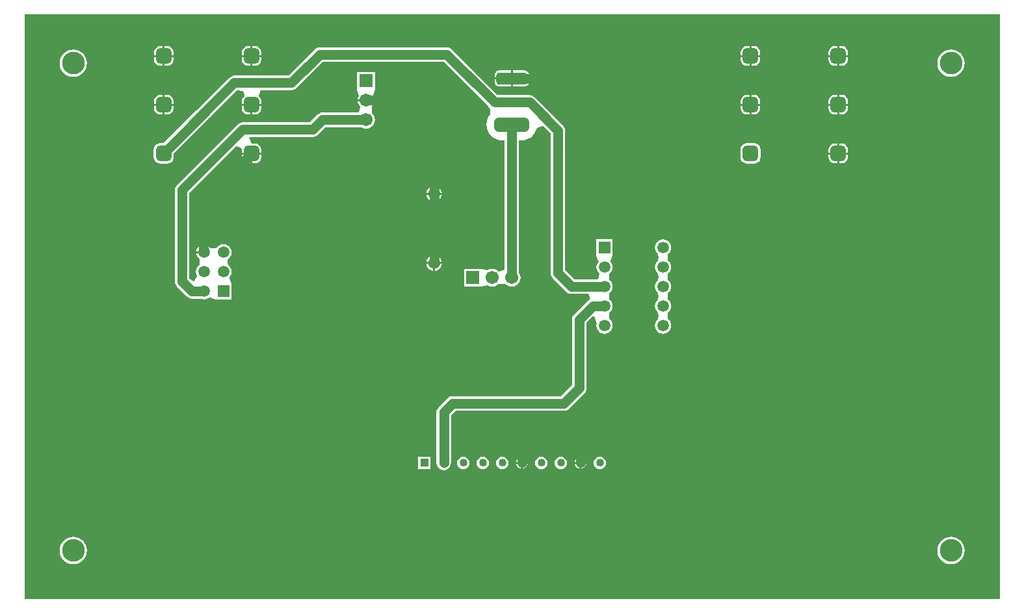
<source format=gbl>
G04*
G04 #@! TF.GenerationSoftware,Altium Limited,Altium Designer,18.1.9 (240)*
G04*
G04 Layer_Physical_Order=2*
G04 Layer_Color=16711680*
%FSLAX23Y23*%
%MOIN*%
G70*
G01*
G75*
%ADD19C,0.050*%
%ADD21R,0.059X0.059*%
%ADD22C,0.059*%
%ADD23R,0.040X0.040*%
%ADD24C,0.040*%
G04:AMPARAMS|DCode=25|XSize=79mil|YSize=79mil|CornerRadius=20mil|HoleSize=0mil|Usage=FLASHONLY|Rotation=90.000|XOffset=0mil|YOffset=0mil|HoleType=Round|Shape=RoundedRectangle|*
%AMROUNDEDRECTD25*
21,1,0.079,0.039,0,0,90.0*
21,1,0.039,0.079,0,0,90.0*
1,1,0.039,0.020,0.020*
1,1,0.039,0.020,-0.020*
1,1,0.039,-0.020,-0.020*
1,1,0.039,-0.020,0.020*
%
%ADD25ROUNDEDRECTD25*%
G04:AMPARAMS|DCode=26|XSize=71mil|YSize=177mil|CornerRadius=18mil|HoleSize=0mil|Usage=FLASHONLY|Rotation=270.000|XOffset=0mil|YOffset=0mil|HoleType=Round|Shape=RoundedRectangle|*
%AMROUNDEDRECTD26*
21,1,0.071,0.142,0,0,270.0*
21,1,0.035,0.177,0,0,270.0*
1,1,0.035,-0.071,-0.018*
1,1,0.035,-0.071,0.018*
1,1,0.035,0.071,0.018*
1,1,0.035,0.071,-0.018*
%
%ADD26ROUNDEDRECTD26*%
G04:AMPARAMS|DCode=27|XSize=63mil|YSize=157mil|CornerRadius=16mil|HoleSize=0mil|Usage=FLASHONLY|Rotation=270.000|XOffset=0mil|YOffset=0mil|HoleType=Round|Shape=RoundedRectangle|*
%AMROUNDEDRECTD27*
21,1,0.063,0.126,0,0,270.0*
21,1,0.031,0.157,0,0,270.0*
1,1,0.031,-0.063,-0.016*
1,1,0.031,-0.063,0.016*
1,1,0.031,0.063,0.016*
1,1,0.031,0.063,-0.016*
%
%ADD27ROUNDEDRECTD27*%
%ADD28R,0.067X0.067*%
%ADD29C,0.067*%
%ADD30R,0.067X0.067*%
%ADD31R,0.059X0.059*%
%ADD32C,0.116*%
%ADD33C,0.060*%
G36*
X5000Y0D02*
X0D01*
Y3000D01*
X5000D01*
Y0D01*
D02*
G37*
%LPC*%
G36*
X1184Y2838D02*
X1169D01*
Y2793D01*
X1214D01*
Y2808D01*
X1213Y2815D01*
X1210Y2823D01*
X1205Y2829D01*
X1199Y2834D01*
X1192Y2837D01*
X1184Y2838D01*
D02*
G37*
G36*
X734D02*
X719D01*
Y2793D01*
X764D01*
Y2808D01*
X763Y2815D01*
X760Y2823D01*
X755Y2829D01*
X749Y2834D01*
X742Y2837D01*
X734Y2838D01*
D02*
G37*
G36*
X1159D02*
X1145D01*
X1137Y2837D01*
X1130Y2834D01*
X1124Y2829D01*
X1119Y2823D01*
X1116Y2815D01*
X1115Y2808D01*
Y2793D01*
X1159D01*
Y2838D01*
D02*
G37*
G36*
X709D02*
X695D01*
X687Y2837D01*
X680Y2834D01*
X674Y2829D01*
X669Y2823D01*
X666Y2815D01*
X665Y2808D01*
Y2793D01*
X709D01*
Y2838D01*
D02*
G37*
G36*
X4192D02*
X4177D01*
Y2793D01*
X4222D01*
Y2808D01*
X4221Y2815D01*
X4218Y2823D01*
X4213Y2829D01*
X4207Y2834D01*
X4200Y2837D01*
X4192Y2838D01*
D02*
G37*
G36*
X3742D02*
X3727D01*
Y2793D01*
X3772D01*
Y2808D01*
X3771Y2815D01*
X3768Y2823D01*
X3763Y2829D01*
X3757Y2834D01*
X3750Y2837D01*
X3742Y2838D01*
D02*
G37*
G36*
X4167D02*
X4153D01*
X4145Y2837D01*
X4138Y2834D01*
X4132Y2829D01*
X4127Y2823D01*
X4124Y2815D01*
X4123Y2808D01*
Y2793D01*
X4167D01*
Y2838D01*
D02*
G37*
G36*
X3717D02*
X3703D01*
X3695Y2837D01*
X3688Y2834D01*
X3682Y2829D01*
X3677Y2823D01*
X3674Y2815D01*
X3673Y2808D01*
Y2793D01*
X3717D01*
Y2838D01*
D02*
G37*
G36*
X4222Y2783D02*
X4177D01*
Y2738D01*
X4192D01*
X4200Y2739D01*
X4207Y2742D01*
X4213Y2747D01*
X4218Y2753D01*
X4221Y2761D01*
X4222Y2768D01*
Y2783D01*
D02*
G37*
G36*
X4167D02*
X4123D01*
Y2768D01*
X4124Y2761D01*
X4127Y2753D01*
X4132Y2747D01*
X4138Y2742D01*
X4145Y2739D01*
X4153Y2738D01*
X4167D01*
Y2783D01*
D02*
G37*
G36*
X3772D02*
X3727D01*
Y2738D01*
X3742D01*
X3750Y2739D01*
X3757Y2742D01*
X3763Y2747D01*
X3768Y2753D01*
X3771Y2761D01*
X3772Y2768D01*
Y2783D01*
D02*
G37*
G36*
X3717D02*
X3673D01*
Y2768D01*
X3674Y2761D01*
X3677Y2753D01*
X3682Y2747D01*
X3688Y2742D01*
X3695Y2739D01*
X3703Y2738D01*
X3717D01*
Y2783D01*
D02*
G37*
G36*
X1214Y2783D02*
X1169D01*
Y2738D01*
X1184D01*
X1192Y2739D01*
X1199Y2742D01*
X1205Y2747D01*
X1210Y2753D01*
X1213Y2761D01*
X1214Y2768D01*
Y2783D01*
D02*
G37*
G36*
X1159D02*
X1115D01*
Y2768D01*
X1116Y2761D01*
X1119Y2753D01*
X1124Y2747D01*
X1130Y2742D01*
X1137Y2739D01*
X1145Y2738D01*
X1159D01*
Y2783D01*
D02*
G37*
G36*
X764D02*
X719D01*
Y2738D01*
X734D01*
X742Y2739D01*
X749Y2742D01*
X755Y2747D01*
X760Y2753D01*
X763Y2761D01*
X764Y2768D01*
Y2783D01*
D02*
G37*
G36*
X709D02*
X665D01*
Y2768D01*
X666Y2761D01*
X669Y2753D01*
X674Y2747D01*
X680Y2742D01*
X687Y2739D01*
X695Y2738D01*
X709D01*
Y2783D01*
D02*
G37*
G36*
X4750Y2820D02*
X4736Y2819D01*
X4723Y2815D01*
X4711Y2808D01*
X4700Y2800D01*
X4692Y2789D01*
X4685Y2777D01*
X4681Y2764D01*
X4680Y2750D01*
X4681Y2736D01*
X4685Y2723D01*
X4692Y2711D01*
X4700Y2700D01*
X4711Y2692D01*
X4723Y2685D01*
X4736Y2681D01*
X4750Y2680D01*
X4764Y2681D01*
X4777Y2685D01*
X4789Y2692D01*
X4800Y2700D01*
X4808Y2711D01*
X4815Y2723D01*
X4819Y2736D01*
X4820Y2750D01*
X4819Y2764D01*
X4815Y2777D01*
X4808Y2789D01*
X4800Y2800D01*
X4789Y2808D01*
X4777Y2815D01*
X4764Y2819D01*
X4750Y2820D01*
D02*
G37*
G36*
X250D02*
X236Y2819D01*
X223Y2815D01*
X211Y2808D01*
X200Y2800D01*
X192Y2789D01*
X185Y2777D01*
X181Y2764D01*
X180Y2750D01*
X181Y2736D01*
X185Y2723D01*
X192Y2711D01*
X200Y2700D01*
X211Y2692D01*
X223Y2685D01*
X236Y2681D01*
X250Y2680D01*
X264Y2681D01*
X277Y2685D01*
X289Y2692D01*
X300Y2700D01*
X308Y2711D01*
X315Y2723D01*
X319Y2736D01*
X320Y2750D01*
X319Y2764D01*
X315Y2777D01*
X308Y2789D01*
X300Y2800D01*
X289Y2808D01*
X277Y2815D01*
X264Y2819D01*
X250Y2820D01*
D02*
G37*
G36*
X2562Y2714D02*
X2504D01*
Y2677D01*
X2588D01*
Y2688D01*
X2587Y2694D01*
X2585Y2701D01*
X2580Y2706D01*
X2575Y2710D01*
X2569Y2713D01*
X2562Y2714D01*
D02*
G37*
G36*
X2494D02*
X2436D01*
X2429Y2713D01*
X2423Y2710D01*
X2418Y2706D01*
X2414Y2701D01*
X2411Y2694D01*
X2410Y2688D01*
Y2677D01*
X2494D01*
Y2714D01*
D02*
G37*
G36*
X2588Y2667D02*
X2504D01*
Y2630D01*
X2562D01*
X2569Y2631D01*
X2575Y2634D01*
X2580Y2638D01*
X2585Y2643D01*
X2587Y2649D01*
X2588Y2656D01*
Y2667D01*
D02*
G37*
G36*
X2494D02*
X2410D01*
Y2656D01*
X2411Y2649D01*
X2414Y2643D01*
X2418Y2638D01*
X2423Y2634D01*
X2429Y2631D01*
X2436Y2630D01*
X2494D01*
Y2667D01*
D02*
G37*
G36*
X1797Y2706D02*
X1706D01*
Y2618D01*
X1706Y2615D01*
X1716Y2585D01*
X1714Y2583D01*
X1709Y2572D01*
X1708Y2566D01*
X1752D01*
X1795D01*
X1794Y2572D01*
X1790Y2583D01*
X1787Y2585D01*
X1797Y2615D01*
X1797Y2618D01*
Y2706D01*
D02*
G37*
G36*
X734Y2588D02*
X719D01*
Y2543D01*
X764D01*
Y2558D01*
X763Y2565D01*
X760Y2573D01*
X755Y2579D01*
X749Y2584D01*
X742Y2587D01*
X734Y2588D01*
D02*
G37*
G36*
X709D02*
X695D01*
X687Y2587D01*
X680Y2584D01*
X674Y2579D01*
X669Y2573D01*
X666Y2565D01*
X665Y2558D01*
Y2543D01*
X709D01*
Y2588D01*
D02*
G37*
G36*
X4192D02*
X4177D01*
Y2543D01*
X4222D01*
Y2558D01*
X4221Y2565D01*
X4218Y2573D01*
X4213Y2579D01*
X4207Y2584D01*
X4200Y2587D01*
X4192Y2588D01*
D02*
G37*
G36*
X3742D02*
X3727D01*
Y2543D01*
X3772D01*
Y2558D01*
X3771Y2565D01*
X3768Y2573D01*
X3763Y2579D01*
X3757Y2584D01*
X3750Y2587D01*
X3742Y2588D01*
D02*
G37*
G36*
X4167D02*
X4153D01*
X4145Y2587D01*
X4138Y2584D01*
X4132Y2579D01*
X4127Y2573D01*
X4124Y2565D01*
X4123Y2558D01*
Y2543D01*
X4167D01*
Y2588D01*
D02*
G37*
G36*
X3717D02*
X3703D01*
X3695Y2587D01*
X3688Y2584D01*
X3682Y2579D01*
X3677Y2573D01*
X3674Y2565D01*
X3673Y2558D01*
Y2543D01*
X3717D01*
Y2588D01*
D02*
G37*
G36*
X4222Y2533D02*
X4177D01*
Y2488D01*
X4192D01*
X4200Y2489D01*
X4207Y2492D01*
X4213Y2497D01*
X4218Y2503D01*
X4221Y2511D01*
X4222Y2518D01*
Y2533D01*
D02*
G37*
G36*
X4167D02*
X4123D01*
Y2518D01*
X4124Y2511D01*
X4127Y2503D01*
X4132Y2497D01*
X4138Y2492D01*
X4145Y2489D01*
X4153Y2488D01*
X4167D01*
Y2533D01*
D02*
G37*
G36*
X3772D02*
X3727D01*
Y2488D01*
X3742D01*
X3750Y2489D01*
X3757Y2492D01*
X3763Y2497D01*
X3768Y2503D01*
X3771Y2511D01*
X3772Y2518D01*
Y2533D01*
D02*
G37*
G36*
X3717D02*
X3673D01*
Y2518D01*
X3674Y2511D01*
X3677Y2503D01*
X3682Y2497D01*
X3688Y2492D01*
X3695Y2489D01*
X3703Y2488D01*
X3717D01*
Y2533D01*
D02*
G37*
G36*
X1214Y2533D02*
X1169D01*
Y2488D01*
X1184D01*
X1192Y2489D01*
X1199Y2492D01*
X1205Y2497D01*
X1210Y2503D01*
X1213Y2511D01*
X1214Y2518D01*
Y2533D01*
D02*
G37*
G36*
X1159D02*
X1115D01*
Y2518D01*
X1116Y2511D01*
X1119Y2503D01*
X1124Y2497D01*
X1130Y2492D01*
X1137Y2489D01*
X1145Y2488D01*
X1159D01*
Y2533D01*
D02*
G37*
G36*
X764D02*
X719D01*
Y2488D01*
X734D01*
X742Y2489D01*
X749Y2492D01*
X755Y2497D01*
X760Y2503D01*
X763Y2511D01*
X764Y2518D01*
Y2533D01*
D02*
G37*
G36*
X709D02*
X665D01*
Y2518D01*
X666Y2511D01*
X669Y2503D01*
X674Y2497D01*
X680Y2492D01*
X687Y2489D01*
X695Y2488D01*
X709D01*
Y2533D01*
D02*
G37*
G36*
X1795Y2556D02*
X1752D01*
X1708D01*
X1709Y2549D01*
X1714Y2539D01*
X1721Y2530D01*
X1721Y2530D01*
X1722Y2525D01*
X1714Y2498D01*
X1529D01*
X1519Y2497D01*
X1510Y2493D01*
X1503Y2487D01*
X1463Y2447D01*
X1119D01*
X1109Y2446D01*
X1100Y2442D01*
X1093Y2436D01*
X783Y2126D01*
X777Y2119D01*
X773Y2110D01*
X772Y2100D01*
Y1630D01*
X773Y1620D01*
X777Y1611D01*
X783Y1604D01*
X833Y1554D01*
X840Y1548D01*
X849Y1544D01*
X859Y1543D01*
X902D01*
X909Y1540D01*
X920Y1538D01*
X931Y1540D01*
X941Y1544D01*
X948Y1550D01*
X954Y1549D01*
X978Y1539D01*
Y1538D01*
X1062D01*
Y1622D01*
X1061D01*
X1051Y1646D01*
X1050Y1652D01*
X1056Y1659D01*
X1060Y1669D01*
X1062Y1680D01*
X1060Y1691D01*
X1056Y1701D01*
X1050Y1710D01*
X1045Y1713D01*
X1043Y1730D01*
X1045Y1747D01*
X1050Y1750D01*
X1056Y1759D01*
X1060Y1769D01*
X1062Y1780D01*
X1060Y1791D01*
X1056Y1801D01*
X1050Y1810D01*
X1041Y1816D01*
X1031Y1820D01*
X1020Y1822D01*
X1009Y1820D01*
X999Y1816D01*
X990Y1810D01*
X986Y1803D01*
X969Y1801D01*
X952Y1803D01*
X948Y1808D01*
X940Y1815D01*
X930Y1819D01*
X925Y1819D01*
Y1780D01*
X920D01*
Y1775D01*
X881D01*
X881Y1770D01*
X885Y1760D01*
X892Y1752D01*
X897Y1748D01*
X899Y1731D01*
X897Y1714D01*
X890Y1710D01*
X884Y1701D01*
X880Y1691D01*
X878Y1680D01*
X880Y1669D01*
X884Y1659D01*
X873Y1636D01*
X869Y1632D01*
X846Y1646D01*
Y2085D01*
X1088Y2326D01*
X1106Y2319D01*
X1115Y2311D01*
X1115Y2308D01*
Y2293D01*
X1164D01*
X1214D01*
Y2308D01*
X1213Y2315D01*
X1210Y2323D01*
X1205Y2329D01*
X1199Y2334D01*
X1192Y2337D01*
X1184Y2338D01*
X1166D01*
X1164Y2339D01*
X1151Y2368D01*
X1155Y2373D01*
X1479D01*
X1488Y2374D01*
X1497Y2378D01*
X1505Y2384D01*
X1545Y2423D01*
X1725D01*
X1729Y2421D01*
X1740Y2416D01*
X1752Y2415D01*
X1763Y2416D01*
X1774Y2421D01*
X1784Y2428D01*
X1791Y2438D01*
X1796Y2449D01*
X1797Y2461D01*
X1796Y2472D01*
X1791Y2484D01*
X1784Y2493D01*
X1783Y2494D01*
X1780Y2502D01*
X1780Y2521D01*
X1782Y2530D01*
X1783Y2530D01*
X1790Y2539D01*
X1794Y2549D01*
X1795Y2556D01*
D02*
G37*
G36*
X4192Y2338D02*
X4177D01*
Y2293D01*
X4222D01*
Y2308D01*
X4221Y2315D01*
X4218Y2323D01*
X4213Y2329D01*
X4207Y2334D01*
X4200Y2337D01*
X4192Y2338D01*
D02*
G37*
G36*
X4167D02*
X4153D01*
X4145Y2337D01*
X4138Y2334D01*
X4132Y2329D01*
X4127Y2323D01*
X4124Y2315D01*
X4123Y2308D01*
Y2293D01*
X4167D01*
Y2338D01*
D02*
G37*
G36*
X4222Y2283D02*
X4177D01*
Y2238D01*
X4192D01*
X4200Y2239D01*
X4207Y2242D01*
X4213Y2247D01*
X4218Y2253D01*
X4221Y2261D01*
X4222Y2268D01*
Y2283D01*
D02*
G37*
G36*
X4167D02*
X4123D01*
Y2268D01*
X4124Y2261D01*
X4127Y2253D01*
X4132Y2247D01*
X4138Y2242D01*
X4145Y2239D01*
X4153Y2238D01*
X4167D01*
Y2283D01*
D02*
G37*
G36*
X1214Y2283D02*
X1169D01*
Y2238D01*
X1184D01*
X1192Y2239D01*
X1199Y2242D01*
X1205Y2247D01*
X1210Y2253D01*
X1213Y2261D01*
X1214Y2268D01*
Y2283D01*
D02*
G37*
G36*
X1159D02*
X1115D01*
Y2268D01*
X1116Y2261D01*
X1119Y2253D01*
X1124Y2247D01*
X1130Y2242D01*
X1137Y2239D01*
X1145Y2238D01*
X1159D01*
Y2283D01*
D02*
G37*
G36*
X3742Y2340D02*
X3703D01*
X3694Y2339D01*
X3687Y2335D01*
X3680Y2330D01*
X3675Y2324D01*
X3672Y2316D01*
X3671Y2308D01*
Y2268D01*
X3672Y2260D01*
X3675Y2252D01*
X3680Y2246D01*
X3687Y2241D01*
X3694Y2237D01*
X3703Y2236D01*
X3742D01*
X3750Y2237D01*
X3758Y2241D01*
X3765Y2246D01*
X3770Y2252D01*
X3773Y2260D01*
X3774Y2268D01*
Y2308D01*
X3773Y2316D01*
X3770Y2324D01*
X3765Y2330D01*
X3758Y2335D01*
X3750Y2339D01*
X3742Y2340D01*
D02*
G37*
G36*
X2105Y2120D02*
Y2085D01*
X2140D01*
X2139Y2090D01*
X2135Y2100D01*
X2129Y2109D01*
X2120Y2115D01*
X2110Y2119D01*
X2105Y2120D01*
D02*
G37*
G36*
X2095D02*
X2090Y2119D01*
X2080Y2115D01*
X2071Y2109D01*
X2065Y2100D01*
X2061Y2090D01*
X2060Y2085D01*
X2095D01*
Y2120D01*
D02*
G37*
G36*
X2140Y2075D02*
X2105D01*
Y2040D01*
X2110Y2041D01*
X2120Y2045D01*
X2129Y2051D01*
X2135Y2060D01*
X2139Y2070D01*
X2140Y2075D01*
D02*
G37*
G36*
X2095D02*
X2060D01*
X2061Y2070D01*
X2065Y2060D01*
X2071Y2051D01*
X2080Y2045D01*
X2090Y2041D01*
X2095Y2040D01*
Y2075D01*
D02*
G37*
G36*
X915Y1819D02*
X910Y1819D01*
X900Y1815D01*
X892Y1808D01*
X885Y1800D01*
X881Y1790D01*
X881Y1785D01*
X915D01*
Y1819D01*
D02*
G37*
G36*
X2105Y1765D02*
Y1730D01*
X2140D01*
X2139Y1735D01*
X2135Y1745D01*
X2129Y1754D01*
X2120Y1760D01*
X2110Y1764D01*
X2105Y1765D01*
D02*
G37*
G36*
X2095D02*
X2090Y1764D01*
X2080Y1760D01*
X2071Y1754D01*
X2065Y1745D01*
X2061Y1735D01*
X2060Y1730D01*
X2095D01*
Y1765D01*
D02*
G37*
G36*
X2140Y1720D02*
X2105D01*
Y1685D01*
X2110Y1686D01*
X2120Y1690D01*
X2129Y1696D01*
X2135Y1705D01*
X2139Y1715D01*
X2140Y1720D01*
D02*
G37*
G36*
X2095D02*
X2060D01*
X2061Y1715D01*
X2065Y1705D01*
X2071Y1696D01*
X2080Y1690D01*
X2090Y1686D01*
X2095Y1685D01*
Y1720D01*
D02*
G37*
G36*
X3274Y1847D02*
X3263Y1845D01*
X3253Y1841D01*
X3245Y1835D01*
X3238Y1826D01*
X3234Y1816D01*
X3232Y1805D01*
X3234Y1794D01*
X3238Y1784D01*
X3245Y1775D01*
X3249Y1772D01*
X3251Y1755D01*
X3249Y1738D01*
X3245Y1735D01*
X3238Y1726D01*
X3234Y1716D01*
X3232Y1705D01*
X3234Y1694D01*
X3238Y1684D01*
X3245Y1675D01*
X3249Y1672D01*
X3251Y1655D01*
X3249Y1638D01*
X3245Y1635D01*
X3238Y1626D01*
X3234Y1616D01*
X3232Y1605D01*
X3234Y1594D01*
X3238Y1584D01*
X3245Y1575D01*
X3249Y1572D01*
X3251Y1555D01*
X3249Y1538D01*
X3245Y1535D01*
X3238Y1526D01*
X3234Y1516D01*
X3232Y1505D01*
X3234Y1494D01*
X3238Y1484D01*
X3245Y1475D01*
X3249Y1472D01*
X3251Y1455D01*
X3249Y1438D01*
X3245Y1435D01*
X3238Y1426D01*
X3234Y1416D01*
X3232Y1405D01*
X3234Y1394D01*
X3238Y1384D01*
X3245Y1375D01*
X3253Y1369D01*
X3263Y1365D01*
X3274Y1363D01*
X3285Y1365D01*
X3295Y1369D01*
X3304Y1375D01*
X3310Y1384D01*
X3315Y1394D01*
X3316Y1405D01*
X3315Y1416D01*
X3310Y1426D01*
X3304Y1435D01*
X3299Y1438D01*
X3297Y1455D01*
X3299Y1472D01*
X3304Y1475D01*
X3310Y1484D01*
X3315Y1494D01*
X3316Y1505D01*
X3315Y1516D01*
X3310Y1526D01*
X3304Y1535D01*
X3299Y1538D01*
X3297Y1555D01*
X3299Y1572D01*
X3304Y1575D01*
X3310Y1584D01*
X3315Y1594D01*
X3316Y1605D01*
X3315Y1616D01*
X3310Y1626D01*
X3304Y1635D01*
X3299Y1638D01*
X3297Y1655D01*
X3299Y1672D01*
X3304Y1675D01*
X3310Y1684D01*
X3315Y1694D01*
X3316Y1705D01*
X3315Y1716D01*
X3310Y1726D01*
X3304Y1735D01*
X3299Y1738D01*
X3297Y1755D01*
X3299Y1772D01*
X3304Y1775D01*
X3310Y1784D01*
X3315Y1794D01*
X3316Y1805D01*
X3315Y1816D01*
X3310Y1826D01*
X3304Y1835D01*
X3295Y1841D01*
X3285Y1845D01*
X3274Y1847D01*
D02*
G37*
G36*
X2165Y2832D02*
X1514Y2832D01*
X1505Y2831D01*
X1496Y2827D01*
X1488Y2821D01*
X1354Y2687D01*
X1076D01*
X1067Y2686D01*
X1058Y2682D01*
X1050Y2676D01*
X713Y2340D01*
X695D01*
X687Y2339D01*
X679Y2335D01*
X672Y2330D01*
X667Y2324D01*
X664Y2316D01*
X663Y2308D01*
Y2268D01*
X664Y2260D01*
X667Y2252D01*
X672Y2246D01*
X679Y2241D01*
X687Y2237D01*
X695Y2236D01*
X734D01*
X742Y2237D01*
X750Y2241D01*
X757Y2246D01*
X762Y2252D01*
X765Y2260D01*
X766Y2268D01*
Y2287D01*
X1092Y2612D01*
X1121Y2609D01*
X1129Y2586D01*
X1129Y2583D01*
X1124Y2579D01*
X1119Y2573D01*
X1116Y2565D01*
X1115Y2558D01*
Y2543D01*
X1164D01*
X1214D01*
Y2558D01*
X1213Y2565D01*
X1210Y2573D01*
X1205Y2579D01*
X1200Y2583D01*
X1200Y2586D01*
X1210Y2613D01*
X1369D01*
X1379Y2614D01*
X1388Y2618D01*
X1396Y2624D01*
X1530Y2758D01*
X2150Y2758D01*
X2383Y2524D01*
X2384Y2523D01*
X2388Y2510D01*
X2389Y2496D01*
X2388Y2490D01*
X2387Y2487D01*
X2382Y2481D01*
X2375Y2467D01*
X2370Y2451D01*
X2369Y2436D01*
X2370Y2420D01*
X2375Y2405D01*
X2382Y2390D01*
X2392Y2378D01*
X2405Y2368D01*
X2419Y2361D01*
X2434Y2356D01*
X2450Y2354D01*
X2462D01*
Y1692D01*
X2432Y1682D01*
X2432Y1683D01*
X2422Y1690D01*
X2411Y1694D01*
X2399Y1696D01*
X2387Y1694D01*
X2376Y1690D01*
X2375Y1689D01*
X2345Y1696D01*
X2339Y1696D01*
X2254D01*
Y1605D01*
X2339D01*
X2345Y1605D01*
X2375Y1612D01*
X2376Y1610D01*
X2387Y1606D01*
X2399Y1604D01*
X2411Y1606D01*
X2422Y1610D01*
X2432Y1618D01*
X2436Y1619D01*
X2462D01*
X2467Y1618D01*
X2476Y1610D01*
X2487Y1606D01*
X2499Y1604D01*
X2511Y1606D01*
X2522Y1610D01*
X2532Y1618D01*
X2539Y1627D01*
X2543Y1638D01*
X2545Y1650D01*
X2543Y1662D01*
X2539Y1673D01*
X2536Y1676D01*
Y2354D01*
X2548D01*
X2564Y2356D01*
X2579Y2361D01*
X2594Y2368D01*
X2606Y2378D01*
X2616Y2390D01*
X2623Y2405D01*
X2627Y2417D01*
X2635Y2422D01*
X2659Y2428D01*
X2697Y2390D01*
Y1676D01*
X2698Y1666D01*
X2702Y1657D01*
X2708Y1649D01*
X2779Y1579D01*
X2786Y1573D01*
X2795Y1569D01*
X2805Y1568D01*
X2891D01*
X2902Y1540D01*
X2896Y1537D01*
X2889Y1531D01*
X2819Y1461D01*
X2813Y1454D01*
X2809Y1445D01*
X2808Y1435D01*
Y1100D01*
X2750Y1042D01*
X2195D01*
X2185Y1041D01*
X2176Y1037D01*
X2169Y1031D01*
X2124Y986D01*
X2118Y979D01*
X2114Y970D01*
X2113Y960D01*
Y700D01*
X2114Y690D01*
X2118Y681D01*
X2124Y674D01*
X2131Y668D01*
X2140Y664D01*
X2150Y663D01*
X2160Y664D01*
X2169Y668D01*
X2176Y674D01*
X2182Y681D01*
X2186Y690D01*
X2187Y700D01*
Y945D01*
X2210Y968D01*
X2765D01*
X2775Y969D01*
X2784Y973D01*
X2791Y979D01*
X2871Y1059D01*
X2877Y1066D01*
X2881Y1075D01*
X2882Y1085D01*
Y1420D01*
X2915Y1452D01*
X2921Y1453D01*
X2922Y1451D01*
X2926Y1445D01*
X2934Y1416D01*
X2934Y1416D01*
X2932Y1405D01*
X2934Y1394D01*
X2938Y1384D01*
X2945Y1375D01*
X2953Y1369D01*
X2963Y1365D01*
X2974Y1363D01*
X2985Y1365D01*
X2995Y1369D01*
X3004Y1375D01*
X3010Y1384D01*
X3015Y1394D01*
X3016Y1405D01*
X3015Y1416D01*
X3010Y1426D01*
X3004Y1435D01*
X2999Y1438D01*
X2997Y1455D01*
X2999Y1472D01*
X3004Y1475D01*
X3010Y1484D01*
X3015Y1494D01*
X3016Y1505D01*
X3015Y1516D01*
X3010Y1526D01*
X3004Y1535D01*
X2999Y1538D01*
X2997Y1555D01*
X2999Y1572D01*
X3004Y1575D01*
X3010Y1584D01*
X3015Y1594D01*
X3016Y1605D01*
X3015Y1616D01*
X3010Y1626D01*
X3004Y1635D01*
X2999Y1638D01*
X2997Y1655D01*
X2999Y1672D01*
X3004Y1675D01*
X3010Y1684D01*
X3015Y1694D01*
X3016Y1705D01*
X3015Y1716D01*
X3010Y1726D01*
X3005Y1733D01*
X3005Y1739D01*
X3015Y1763D01*
X3016D01*
Y1847D01*
X2933D01*
Y1763D01*
X2933D01*
X2943Y1739D01*
X2944Y1733D01*
X2938Y1726D01*
X2934Y1716D01*
X2932Y1705D01*
X2934Y1694D01*
X2938Y1684D01*
X2945Y1675D01*
X2949Y1672D01*
X2946Y1654D01*
X2940Y1642D01*
X2820D01*
X2771Y1691D01*
Y2406D01*
X2770Y2416D01*
X2766Y2425D01*
X2761Y2432D01*
X2616Y2576D01*
X2609Y2582D01*
X2600Y2586D01*
X2590Y2587D01*
X2425D01*
X2191Y2821D01*
X2184Y2827D01*
X2175Y2831D01*
X2165Y2832D01*
D02*
G37*
G36*
X2855Y730D02*
Y705D01*
X2880D01*
X2879Y708D01*
X2876Y715D01*
X2871Y721D01*
X2865Y726D01*
X2858Y729D01*
X2855Y730D01*
D02*
G37*
G36*
X2845D02*
X2842Y729D01*
X2835Y726D01*
X2829Y721D01*
X2824Y715D01*
X2821Y708D01*
X2820Y705D01*
X2845D01*
Y730D01*
D02*
G37*
G36*
X2555D02*
Y705D01*
X2580D01*
X2579Y708D01*
X2576Y715D01*
X2571Y721D01*
X2565Y726D01*
X2558Y729D01*
X2555Y730D01*
D02*
G37*
G36*
X2545D02*
X2542Y729D01*
X2535Y726D01*
X2529Y721D01*
X2524Y715D01*
X2521Y708D01*
X2520Y705D01*
X2545D01*
Y730D01*
D02*
G37*
G36*
X2880Y695D02*
X2855D01*
Y670D01*
X2858Y671D01*
X2865Y674D01*
X2871Y679D01*
X2876Y685D01*
X2879Y692D01*
X2880Y695D01*
D02*
G37*
G36*
X2845D02*
X2820D01*
X2821Y692D01*
X2824Y685D01*
X2829Y679D01*
X2835Y674D01*
X2842Y671D01*
X2845Y670D01*
Y695D01*
D02*
G37*
G36*
X2580D02*
X2555D01*
Y670D01*
X2558Y671D01*
X2565Y674D01*
X2571Y679D01*
X2576Y685D01*
X2579Y692D01*
X2580Y695D01*
D02*
G37*
G36*
X2545D02*
X2520D01*
X2521Y692D01*
X2524Y685D01*
X2529Y679D01*
X2535Y674D01*
X2542Y671D01*
X2545Y670D01*
Y695D01*
D02*
G37*
G36*
X2082Y732D02*
X2018D01*
Y668D01*
X2082D01*
Y732D01*
D02*
G37*
G36*
X2950Y732D02*
X2942Y731D01*
X2934Y728D01*
X2927Y723D01*
X2922Y716D01*
X2919Y708D01*
X2918Y700D01*
X2919Y692D01*
X2922Y684D01*
X2927Y677D01*
X2934Y672D01*
X2942Y669D01*
X2950Y668D01*
X2958Y669D01*
X2966Y672D01*
X2973Y677D01*
X2978Y684D01*
X2981Y692D01*
X2982Y700D01*
X2981Y708D01*
X2978Y716D01*
X2973Y723D01*
X2966Y728D01*
X2958Y731D01*
X2950Y732D01*
D02*
G37*
G36*
X2750D02*
X2742Y731D01*
X2734Y728D01*
X2727Y723D01*
X2722Y716D01*
X2719Y708D01*
X2718Y700D01*
X2719Y692D01*
X2722Y684D01*
X2727Y677D01*
X2734Y672D01*
X2742Y669D01*
X2750Y668D01*
X2758Y669D01*
X2766Y672D01*
X2773Y677D01*
X2778Y684D01*
X2781Y692D01*
X2782Y700D01*
X2781Y708D01*
X2778Y716D01*
X2773Y723D01*
X2766Y728D01*
X2758Y731D01*
X2750Y732D01*
D02*
G37*
G36*
X2650D02*
X2642Y731D01*
X2634Y728D01*
X2627Y723D01*
X2622Y716D01*
X2619Y708D01*
X2618Y700D01*
X2619Y692D01*
X2622Y684D01*
X2627Y677D01*
X2634Y672D01*
X2642Y669D01*
X2650Y668D01*
X2658Y669D01*
X2666Y672D01*
X2673Y677D01*
X2678Y684D01*
X2681Y692D01*
X2682Y700D01*
X2681Y708D01*
X2678Y716D01*
X2673Y723D01*
X2666Y728D01*
X2658Y731D01*
X2650Y732D01*
D02*
G37*
G36*
X2450D02*
X2442Y731D01*
X2434Y728D01*
X2427Y723D01*
X2422Y716D01*
X2419Y708D01*
X2418Y700D01*
X2419Y692D01*
X2422Y684D01*
X2427Y677D01*
X2434Y672D01*
X2442Y669D01*
X2450Y668D01*
X2458Y669D01*
X2466Y672D01*
X2473Y677D01*
X2478Y684D01*
X2481Y692D01*
X2482Y700D01*
X2481Y708D01*
X2478Y716D01*
X2473Y723D01*
X2466Y728D01*
X2458Y731D01*
X2450Y732D01*
D02*
G37*
G36*
X2350D02*
X2342Y731D01*
X2334Y728D01*
X2327Y723D01*
X2322Y716D01*
X2319Y708D01*
X2318Y700D01*
X2319Y692D01*
X2322Y684D01*
X2327Y677D01*
X2334Y672D01*
X2342Y669D01*
X2350Y668D01*
X2358Y669D01*
X2366Y672D01*
X2373Y677D01*
X2378Y684D01*
X2381Y692D01*
X2382Y700D01*
X2381Y708D01*
X2378Y716D01*
X2373Y723D01*
X2366Y728D01*
X2358Y731D01*
X2350Y732D01*
D02*
G37*
G36*
X2250D02*
X2242Y731D01*
X2234Y728D01*
X2227Y723D01*
X2222Y716D01*
X2219Y708D01*
X2218Y700D01*
X2219Y692D01*
X2222Y684D01*
X2227Y677D01*
X2234Y672D01*
X2242Y669D01*
X2250Y668D01*
X2258Y669D01*
X2266Y672D01*
X2273Y677D01*
X2278Y684D01*
X2281Y692D01*
X2282Y700D01*
X2281Y708D01*
X2278Y716D01*
X2273Y723D01*
X2266Y728D01*
X2258Y731D01*
X2250Y732D01*
D02*
G37*
G36*
X4750Y320D02*
X4736Y319D01*
X4723Y315D01*
X4711Y308D01*
X4700Y300D01*
X4692Y289D01*
X4685Y277D01*
X4681Y264D01*
X4680Y250D01*
X4681Y236D01*
X4685Y223D01*
X4692Y211D01*
X4700Y200D01*
X4711Y192D01*
X4723Y185D01*
X4736Y181D01*
X4750Y180D01*
X4764Y181D01*
X4777Y185D01*
X4789Y192D01*
X4800Y200D01*
X4808Y211D01*
X4815Y223D01*
X4819Y236D01*
X4820Y250D01*
X4819Y264D01*
X4815Y277D01*
X4808Y289D01*
X4800Y300D01*
X4789Y308D01*
X4777Y315D01*
X4764Y319D01*
X4750Y320D01*
D02*
G37*
G36*
X250D02*
X236Y319D01*
X223Y315D01*
X211Y308D01*
X200Y300D01*
X192Y289D01*
X185Y277D01*
X181Y264D01*
X180Y250D01*
X181Y236D01*
X185Y223D01*
X192Y211D01*
X200Y200D01*
X211Y192D01*
X223Y185D01*
X236Y181D01*
X250Y180D01*
X264Y181D01*
X277Y185D01*
X289Y192D01*
X300Y200D01*
X308Y211D01*
X315Y223D01*
X319Y236D01*
X320Y250D01*
X319Y264D01*
X315Y277D01*
X308Y289D01*
X300Y300D01*
X289Y308D01*
X277Y315D01*
X264Y319D01*
X250Y320D01*
D02*
G37*
%LPD*%
D19*
X919Y1780D02*
Y2043D01*
X2100Y1725D02*
Y2080D01*
X1959Y2561D02*
X2100Y2420D01*
Y2080D02*
Y2420D01*
X1752Y2561D02*
X1959D01*
X2820Y815D02*
X3095Y1090D01*
Y2225D01*
X2648Y2672D02*
X3095Y2225D01*
X2499Y2672D02*
X2648D01*
X2410Y2550D02*
X2590D01*
X2165Y2795D02*
X2410Y2550D01*
X1514Y2795D02*
X2165Y2795D01*
X2590Y2550D02*
X2734Y2406D01*
X1369Y2650D02*
X1514Y2795D01*
X2734Y1676D02*
Y2406D01*
X2805Y1605D02*
X2974D01*
X2734Y1676D02*
X2805Y1605D01*
X2845Y1085D02*
Y1435D01*
X2765Y1005D02*
X2845Y1085D01*
X2195Y1005D02*
X2765D01*
X2150Y960D02*
X2195Y1005D01*
X2150Y700D02*
Y960D01*
X2845Y1435D02*
X2915Y1505D01*
X2974D01*
X2820Y815D02*
X2850Y785D01*
X2585Y815D02*
X2820D01*
X2550Y780D02*
X2585Y815D01*
X2850Y700D02*
Y785D01*
X2550Y700D02*
Y780D01*
X2499Y1650D02*
Y2436D01*
X1529Y2461D02*
X1752D01*
X1479Y2410D02*
X1529Y2461D01*
X1119Y2410D02*
X1479D01*
X809Y2100D02*
X1119Y2410D01*
X809Y1630D02*
Y2100D01*
Y1630D02*
X859Y1580D01*
X919D01*
Y2043D02*
X1164Y2288D01*
X706Y2530D02*
X714Y2538D01*
Y2288D02*
X1076Y2650D01*
X1369D01*
D21*
X1020Y1580D02*
D03*
D22*
X920D02*
D03*
X1020Y1680D02*
D03*
X920D02*
D03*
X1020Y1780D02*
D03*
X920D02*
D03*
X3274Y1805D02*
D03*
Y1705D02*
D03*
Y1605D02*
D03*
Y1505D02*
D03*
Y1405D02*
D03*
X2974D02*
D03*
Y1505D02*
D03*
Y1605D02*
D03*
Y1705D02*
D03*
D23*
X2050Y700D02*
D03*
D24*
X2150D02*
D03*
X2250D02*
D03*
X2350D02*
D03*
X2450D02*
D03*
X2550D02*
D03*
X2650D02*
D03*
X2750D02*
D03*
X2850D02*
D03*
X2950D02*
D03*
D25*
X714Y2788D02*
D03*
Y2538D02*
D03*
Y2288D02*
D03*
X1164D02*
D03*
Y2538D02*
D03*
Y2788D02*
D03*
X3722D02*
D03*
Y2538D02*
D03*
Y2288D02*
D03*
X4172D02*
D03*
Y2538D02*
D03*
Y2788D02*
D03*
D26*
X2499Y2436D02*
D03*
D27*
Y2672D02*
D03*
D28*
X2299Y1650D02*
D03*
D29*
X2399D02*
D03*
X2499D02*
D03*
X1752Y2461D02*
D03*
Y2561D02*
D03*
D30*
Y2661D02*
D03*
D31*
X2974Y1805D02*
D03*
D32*
X4750Y2750D02*
D03*
Y250D02*
D03*
X250D02*
D03*
Y2750D02*
D03*
D33*
X2100Y1725D02*
D03*
Y2080D02*
D03*
M02*

</source>
